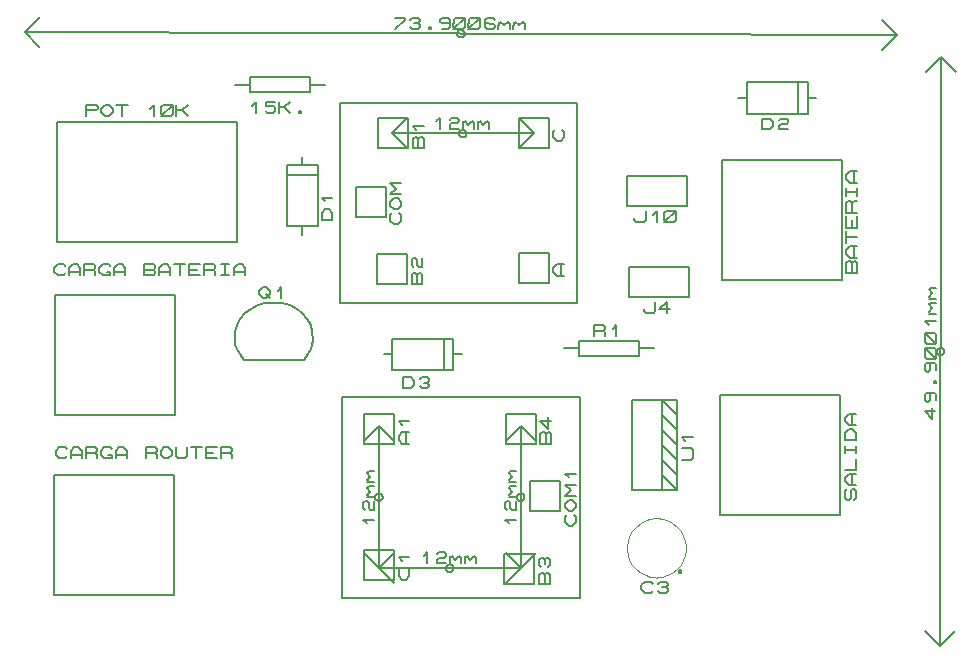
<source format=gbr>
G04 PROTEUS GERBER X2 FILE*
%TF.GenerationSoftware,Labcenter,Proteus,8.13-SP0-Build31525*%
%TF.CreationDate,2024-10-30T04:27:48+00:00*%
%TF.FileFunction,Legend,Top*%
%TF.FilePolarity,Positive*%
%TF.Part,Single*%
%TF.SameCoordinates,{7e0819cd-3aa5-4556-a237-21aa8943194a}*%
%FSLAX45Y45*%
%MOMM*%
G01*
%TA.AperFunction,Material*%
%ADD24C,0.203200*%
%TA.AperFunction,NonMaterial*%
%ADD25C,0.203200*%
%TA.AperFunction,Material*%
%ADD26C,0.120000*%
%ADD27C,0.200000*%
%TD.AperFunction*%
D24*
X+1884000Y+1882000D02*
X+1884000Y+2898000D01*
X+868000Y+1882000D02*
X+868000Y+2898000D01*
X+1884000Y+2898000D02*
X+868000Y+2898000D01*
X+1884000Y+1882000D02*
X+868000Y+1882000D01*
X+955750Y+3085160D02*
X+939875Y+3069920D01*
X+892250Y+3069920D01*
X+860500Y+3100400D01*
X+860500Y+3130880D01*
X+892250Y+3161360D01*
X+939875Y+3161360D01*
X+955750Y+3146120D01*
X+987500Y+3069920D02*
X+987500Y+3130880D01*
X+1019250Y+3161360D01*
X+1051000Y+3161360D01*
X+1082750Y+3130880D01*
X+1082750Y+3069920D01*
X+987500Y+3100400D02*
X+1082750Y+3100400D01*
X+1114500Y+3069920D02*
X+1114500Y+3161360D01*
X+1193875Y+3161360D01*
X+1209750Y+3146120D01*
X+1209750Y+3130880D01*
X+1193875Y+3115640D01*
X+1114500Y+3115640D01*
X+1193875Y+3115640D02*
X+1209750Y+3100400D01*
X+1209750Y+3069920D01*
X+1305000Y+3100400D02*
X+1336750Y+3100400D01*
X+1336750Y+3069920D01*
X+1273250Y+3069920D01*
X+1241500Y+3100400D01*
X+1241500Y+3130880D01*
X+1273250Y+3161360D01*
X+1320875Y+3161360D01*
X+1336750Y+3146120D01*
X+1368500Y+3069920D02*
X+1368500Y+3130880D01*
X+1400250Y+3161360D01*
X+1432000Y+3161360D01*
X+1463750Y+3130880D01*
X+1463750Y+3069920D01*
X+1368500Y+3100400D02*
X+1463750Y+3100400D01*
X+1622500Y+3069920D02*
X+1622500Y+3161360D01*
X+1701875Y+3161360D01*
X+1717750Y+3146120D01*
X+1717750Y+3130880D01*
X+1701875Y+3115640D01*
X+1717750Y+3100400D01*
X+1717750Y+3085160D01*
X+1701875Y+3069920D01*
X+1622500Y+3069920D01*
X+1622500Y+3115640D02*
X+1701875Y+3115640D01*
X+1749500Y+3069920D02*
X+1749500Y+3130880D01*
X+1781250Y+3161360D01*
X+1813000Y+3161360D01*
X+1844750Y+3130880D01*
X+1844750Y+3069920D01*
X+1749500Y+3100400D02*
X+1844750Y+3100400D01*
X+1876500Y+3161360D02*
X+1971750Y+3161360D01*
X+1924125Y+3161360D02*
X+1924125Y+3069920D01*
X+2098750Y+3069920D02*
X+2003500Y+3069920D01*
X+2003500Y+3161360D01*
X+2098750Y+3161360D01*
X+2003500Y+3115640D02*
X+2067000Y+3115640D01*
X+2130500Y+3069920D02*
X+2130500Y+3161360D01*
X+2209875Y+3161360D01*
X+2225750Y+3146120D01*
X+2225750Y+3130880D01*
X+2209875Y+3115640D01*
X+2130500Y+3115640D01*
X+2209875Y+3115640D02*
X+2225750Y+3100400D01*
X+2225750Y+3069920D01*
X+2273375Y+3161360D02*
X+2336875Y+3161360D01*
X+2305125Y+3161360D02*
X+2305125Y+3069920D01*
X+2273375Y+3069920D02*
X+2336875Y+3069920D01*
X+2384500Y+3069920D02*
X+2384500Y+3130880D01*
X+2416250Y+3161360D01*
X+2448000Y+3161360D01*
X+2479750Y+3130880D01*
X+2479750Y+3069920D01*
X+2384500Y+3100400D02*
X+2479750Y+3100400D01*
X+1874000Y+362000D02*
X+1874000Y+1378000D01*
X+858000Y+362000D02*
X+858000Y+1378000D01*
X+1874000Y+1378000D02*
X+858000Y+1378000D01*
X+1874000Y+362000D02*
X+858000Y+362000D01*
X+969250Y+1535160D02*
X+953375Y+1519920D01*
X+905750Y+1519920D01*
X+874000Y+1550400D01*
X+874000Y+1580880D01*
X+905750Y+1611360D01*
X+953375Y+1611360D01*
X+969250Y+1596120D01*
X+1001000Y+1519920D02*
X+1001000Y+1580880D01*
X+1032750Y+1611360D01*
X+1064500Y+1611360D01*
X+1096250Y+1580880D01*
X+1096250Y+1519920D01*
X+1001000Y+1550400D02*
X+1096250Y+1550400D01*
X+1128000Y+1519920D02*
X+1128000Y+1611360D01*
X+1207375Y+1611360D01*
X+1223250Y+1596120D01*
X+1223250Y+1580880D01*
X+1207375Y+1565640D01*
X+1128000Y+1565640D01*
X+1207375Y+1565640D02*
X+1223250Y+1550400D01*
X+1223250Y+1519920D01*
X+1318500Y+1550400D02*
X+1350250Y+1550400D01*
X+1350250Y+1519920D01*
X+1286750Y+1519920D01*
X+1255000Y+1550400D01*
X+1255000Y+1580880D01*
X+1286750Y+1611360D01*
X+1334375Y+1611360D01*
X+1350250Y+1596120D01*
X+1382000Y+1519920D02*
X+1382000Y+1580880D01*
X+1413750Y+1611360D01*
X+1445500Y+1611360D01*
X+1477250Y+1580880D01*
X+1477250Y+1519920D01*
X+1382000Y+1550400D02*
X+1477250Y+1550400D01*
X+1636000Y+1519920D02*
X+1636000Y+1611360D01*
X+1715375Y+1611360D01*
X+1731250Y+1596120D01*
X+1731250Y+1580880D01*
X+1715375Y+1565640D01*
X+1636000Y+1565640D01*
X+1715375Y+1565640D02*
X+1731250Y+1550400D01*
X+1731250Y+1519920D01*
X+1763000Y+1580880D02*
X+1794750Y+1611360D01*
X+1826500Y+1611360D01*
X+1858250Y+1580880D01*
X+1858250Y+1550400D01*
X+1826500Y+1519920D01*
X+1794750Y+1519920D01*
X+1763000Y+1550400D01*
X+1763000Y+1580880D01*
X+1890000Y+1611360D02*
X+1890000Y+1535160D01*
X+1905875Y+1519920D01*
X+1969375Y+1519920D01*
X+1985250Y+1535160D01*
X+1985250Y+1611360D01*
X+2017000Y+1611360D02*
X+2112250Y+1611360D01*
X+2064625Y+1611360D02*
X+2064625Y+1519920D01*
X+2239250Y+1519920D02*
X+2144000Y+1519920D01*
X+2144000Y+1611360D01*
X+2239250Y+1611360D01*
X+2144000Y+1565640D02*
X+2207500Y+1565640D01*
X+2271000Y+1519920D02*
X+2271000Y+1611360D01*
X+2350375Y+1611360D01*
X+2366250Y+1596120D01*
X+2366250Y+1580880D01*
X+2350375Y+1565640D01*
X+2271000Y+1565640D01*
X+2350375Y+1565640D02*
X+2366250Y+1550400D01*
X+2366250Y+1519920D01*
X+2827920Y+3482920D02*
X+3094620Y+3482920D01*
X+3094620Y+4001080D01*
X+2827920Y+4001080D01*
X+2827920Y+3482920D01*
X+3092080Y+3919800D02*
X+2830460Y+3919800D01*
X+2960000Y+4072200D02*
X+2960000Y+4001080D01*
X+2960000Y+3482920D02*
X+2960000Y+3411800D01*
X+3216700Y+3535000D02*
X+3125260Y+3535000D01*
X+3125260Y+3598500D01*
X+3155740Y+3630250D01*
X+3186220Y+3630250D01*
X+3216700Y+3598500D01*
X+3216700Y+3535000D01*
X+3155740Y+3693750D02*
X+3125260Y+3725500D01*
X+3216700Y+3725500D01*
X+3603000Y+4143000D02*
X+3857000Y+4143000D01*
X+3857000Y+4397000D01*
X+3603000Y+4397000D01*
X+3603000Y+4143000D01*
X+3989080Y+4143000D02*
X+3897640Y+4143000D01*
X+3897640Y+4222375D01*
X+3912880Y+4238250D01*
X+3928120Y+4238250D01*
X+3943360Y+4222375D01*
X+3958600Y+4238250D01*
X+3973840Y+4238250D01*
X+3989080Y+4222375D01*
X+3989080Y+4143000D01*
X+3943360Y+4143000D02*
X+3943360Y+4222375D01*
X+3928120Y+4301750D02*
X+3897640Y+4333500D01*
X+3989080Y+4333500D01*
X+3593000Y+2993000D02*
X+3847000Y+2993000D01*
X+3847000Y+3247000D01*
X+3593000Y+3247000D01*
X+3593000Y+2993000D01*
X+3979080Y+2993000D02*
X+3887640Y+2993000D01*
X+3887640Y+3072375D01*
X+3902880Y+3088250D01*
X+3918120Y+3088250D01*
X+3933360Y+3072375D01*
X+3948600Y+3088250D01*
X+3963840Y+3088250D01*
X+3979080Y+3072375D01*
X+3979080Y+2993000D01*
X+3933360Y+2993000D02*
X+3933360Y+3072375D01*
X+3902880Y+3135875D02*
X+3887640Y+3151750D01*
X+3887640Y+3199375D01*
X+3902880Y+3215250D01*
X+3918120Y+3215250D01*
X+3933360Y+3199375D01*
X+3933360Y+3151750D01*
X+3948600Y+3135875D01*
X+3979080Y+3135875D01*
X+3979080Y+3215250D01*
X+3413000Y+3563000D02*
X+3667000Y+3563000D01*
X+3667000Y+3817000D01*
X+3413000Y+3817000D01*
X+3413000Y+3563000D01*
X+3783840Y+3594750D02*
X+3799080Y+3578875D01*
X+3799080Y+3531250D01*
X+3768600Y+3499500D01*
X+3738120Y+3499500D01*
X+3707640Y+3531250D01*
X+3707640Y+3578875D01*
X+3722880Y+3594750D01*
X+3738120Y+3626500D02*
X+3707640Y+3658250D01*
X+3707640Y+3690000D01*
X+3738120Y+3721750D01*
X+3768600Y+3721750D01*
X+3799080Y+3690000D01*
X+3799080Y+3658250D01*
X+3768600Y+3626500D01*
X+3738120Y+3626500D01*
X+3799080Y+3753500D02*
X+3707640Y+3753500D01*
X+3753360Y+3801125D01*
X+3707640Y+3848750D01*
X+3799080Y+3848750D01*
X+4793000Y+4143000D02*
X+5047000Y+4143000D01*
X+5047000Y+4397000D01*
X+4793000Y+4397000D01*
X+4793000Y+4143000D01*
X+5163840Y+4301750D02*
X+5179080Y+4285875D01*
X+5179080Y+4238250D01*
X+5148600Y+4206500D01*
X+5118120Y+4206500D01*
X+5087640Y+4238250D01*
X+5087640Y+4285875D01*
X+5102880Y+4301750D01*
X+4793000Y+3003000D02*
X+5047000Y+3003000D01*
X+5047000Y+3257000D01*
X+4793000Y+3257000D01*
X+4793000Y+3003000D01*
X+5179080Y+3066500D02*
X+5118120Y+3066500D01*
X+5087640Y+3098250D01*
X+5087640Y+3130000D01*
X+5118120Y+3161750D01*
X+5179080Y+3161750D01*
X+5148600Y+3066500D02*
X+5148600Y+3161750D01*
X+5709000Y+3653000D02*
X+6217000Y+3653000D01*
X+6217000Y+3907000D01*
X+5709000Y+3907000D01*
X+5709000Y+3653000D01*
X+5772500Y+3551400D02*
X+5772500Y+3536160D01*
X+5788375Y+3520920D01*
X+5851875Y+3520920D01*
X+5867750Y+3536160D01*
X+5867750Y+3612360D01*
X+5931250Y+3581880D02*
X+5963000Y+3612360D01*
X+5963000Y+3520920D01*
X+6026500Y+3536160D02*
X+6026500Y+3597120D01*
X+6042375Y+3612360D01*
X+6105875Y+3612360D01*
X+6121750Y+3597120D01*
X+6121750Y+3536160D01*
X+6105875Y+3520920D01*
X+6042375Y+3520920D01*
X+6026500Y+3536160D01*
X+6026500Y+3520920D02*
X+6121750Y+3612360D01*
X+5729000Y+2883000D02*
X+6237000Y+2883000D01*
X+6237000Y+3137000D01*
X+5729000Y+3137000D01*
X+5729000Y+2883000D01*
X+5856000Y+2781400D02*
X+5856000Y+2766160D01*
X+5871875Y+2750920D01*
X+5935375Y+2750920D01*
X+5951250Y+2766160D01*
X+5951250Y+2842360D01*
X+6078250Y+2781400D02*
X+5983000Y+2781400D01*
X+6046500Y+2842360D01*
X+6046500Y+2750920D01*
X+3722920Y+2265380D02*
X+4241080Y+2265380D01*
X+4241080Y+2532080D01*
X+3722920Y+2532080D01*
X+3722920Y+2265380D01*
X+4159800Y+2267920D02*
X+4159800Y+2529540D01*
X+4312200Y+2400000D02*
X+4241080Y+2400000D01*
X+3722920Y+2400000D02*
X+3651800Y+2400000D01*
X+3815000Y+2113300D02*
X+3815000Y+2204740D01*
X+3878500Y+2204740D01*
X+3910250Y+2174260D01*
X+3910250Y+2143780D01*
X+3878500Y+2113300D01*
X+3815000Y+2113300D01*
X+3957875Y+2189500D02*
X+3973750Y+2204740D01*
X+4021375Y+2204740D01*
X+4037250Y+2189500D01*
X+4037250Y+2174260D01*
X+4021375Y+2159020D01*
X+4037250Y+2143780D01*
X+4037250Y+2128540D01*
X+4021375Y+2113300D01*
X+3973750Y+2113300D01*
X+3957875Y+2128540D01*
X+3989625Y+2159020D02*
X+4021375Y+2159020D01*
X+4673000Y+453000D02*
X+4927000Y+453000D01*
X+4927000Y+707000D01*
X+4673000Y+707000D01*
X+4673000Y+453000D01*
X+5059080Y+453000D02*
X+4967640Y+453000D01*
X+4967640Y+532375D01*
X+4982880Y+548250D01*
X+4998120Y+548250D01*
X+5013360Y+532375D01*
X+5028600Y+548250D01*
X+5043840Y+548250D01*
X+5059080Y+532375D01*
X+5059080Y+453000D01*
X+5013360Y+453000D02*
X+5013360Y+532375D01*
X+4982880Y+595875D02*
X+4967640Y+611750D01*
X+4967640Y+659375D01*
X+4982880Y+675250D01*
X+4998120Y+675250D01*
X+5013360Y+659375D01*
X+5028600Y+675250D01*
X+5043840Y+675250D01*
X+5059080Y+659375D01*
X+5059080Y+611750D01*
X+5043840Y+595875D01*
X+5013360Y+627625D02*
X+5013360Y+659375D01*
X+4683000Y+1643000D02*
X+4937000Y+1643000D01*
X+4937000Y+1897000D01*
X+4683000Y+1897000D01*
X+4683000Y+1643000D01*
X+5069080Y+1643000D02*
X+4977640Y+1643000D01*
X+4977640Y+1722375D01*
X+4992880Y+1738250D01*
X+5008120Y+1738250D01*
X+5023360Y+1722375D01*
X+5038600Y+1738250D01*
X+5053840Y+1738250D01*
X+5069080Y+1722375D01*
X+5069080Y+1643000D01*
X+5023360Y+1643000D02*
X+5023360Y+1722375D01*
X+5038600Y+1865250D02*
X+5038600Y+1770000D01*
X+4977640Y+1833500D01*
X+5069080Y+1833500D01*
X+4893000Y+1073000D02*
X+5147000Y+1073000D01*
X+5147000Y+1327000D01*
X+4893000Y+1327000D01*
X+4893000Y+1073000D01*
X+5263840Y+1041250D02*
X+5279080Y+1025375D01*
X+5279080Y+977750D01*
X+5248600Y+946000D01*
X+5218120Y+946000D01*
X+5187640Y+977750D01*
X+5187640Y+1025375D01*
X+5202880Y+1041250D01*
X+5218120Y+1073000D02*
X+5187640Y+1104750D01*
X+5187640Y+1136500D01*
X+5218120Y+1168250D01*
X+5248600Y+1168250D01*
X+5279080Y+1136500D01*
X+5279080Y+1104750D01*
X+5248600Y+1073000D01*
X+5218120Y+1073000D01*
X+5279080Y+1200000D02*
X+5187640Y+1200000D01*
X+5233360Y+1247625D01*
X+5187640Y+1295250D01*
X+5279080Y+1295250D01*
X+5218120Y+1358750D02*
X+5187640Y+1390500D01*
X+5279080Y+1390500D01*
X+3483000Y+493000D02*
X+3737000Y+493000D01*
X+3737000Y+747000D01*
X+3483000Y+747000D01*
X+3483000Y+493000D01*
X+3853840Y+588250D02*
X+3869080Y+572375D01*
X+3869080Y+524750D01*
X+3838600Y+493000D01*
X+3808120Y+493000D01*
X+3777640Y+524750D01*
X+3777640Y+572375D01*
X+3792880Y+588250D01*
X+3808120Y+651750D02*
X+3777640Y+683500D01*
X+3869080Y+683500D01*
X+3483000Y+1643000D02*
X+3737000Y+1643000D01*
X+3737000Y+1897000D01*
X+3483000Y+1897000D01*
X+3483000Y+1643000D01*
X+3869080Y+1643000D02*
X+3808120Y+1643000D01*
X+3777640Y+1674750D01*
X+3777640Y+1706500D01*
X+3808120Y+1738250D01*
X+3869080Y+1738250D01*
X+3838600Y+1643000D02*
X+3838600Y+1738250D01*
X+3808120Y+1801750D02*
X+3777640Y+1833500D01*
X+3869080Y+1833500D01*
X+7518000Y+2054000D02*
X+6502000Y+2054000D01*
X+7518000Y+1038000D02*
X+6502000Y+1038000D01*
X+6502000Y+2054000D02*
X+6502000Y+1038000D01*
X+7518000Y+2054000D02*
X+7518000Y+1038000D01*
X+7634840Y+1165000D02*
X+7650080Y+1180875D01*
X+7650080Y+1244375D01*
X+7634840Y+1260250D01*
X+7619600Y+1260250D01*
X+7604360Y+1244375D01*
X+7604360Y+1180875D01*
X+7589120Y+1165000D01*
X+7573880Y+1165000D01*
X+7558640Y+1180875D01*
X+7558640Y+1244375D01*
X+7573880Y+1260250D01*
X+7650080Y+1292000D02*
X+7589120Y+1292000D01*
X+7558640Y+1323750D01*
X+7558640Y+1355500D01*
X+7589120Y+1387250D01*
X+7650080Y+1387250D01*
X+7619600Y+1292000D02*
X+7619600Y+1387250D01*
X+7558640Y+1419000D02*
X+7650080Y+1419000D01*
X+7650080Y+1514250D01*
X+7558640Y+1561875D02*
X+7558640Y+1625375D01*
X+7558640Y+1593625D02*
X+7650080Y+1593625D01*
X+7650080Y+1561875D02*
X+7650080Y+1625375D01*
X+7650080Y+1673000D02*
X+7558640Y+1673000D01*
X+7558640Y+1736500D01*
X+7589120Y+1768250D01*
X+7619600Y+1768250D01*
X+7650080Y+1736500D01*
X+7650080Y+1673000D01*
X+7650080Y+1800000D02*
X+7589120Y+1800000D01*
X+7558640Y+1831750D01*
X+7558640Y+1863500D01*
X+7589120Y+1895250D01*
X+7650080Y+1895250D01*
X+7619600Y+1800000D02*
X+7619600Y+1895250D01*
X+2466000Y+2354900D02*
X+2974000Y+2354900D01*
X+2389800Y+2520000D02*
X+2394562Y+2481702D01*
X+2408850Y+2442212D01*
X+2432662Y+2400342D01*
X+2466000Y+2354900D01*
X+2389800Y+2520000D02*
X+2392431Y+2584918D01*
X+2408912Y+2644953D01*
X+2437839Y+2698942D01*
X+2477807Y+2745722D01*
X+2527412Y+2784131D01*
X+2585249Y+2813005D01*
X+2649913Y+2831183D01*
X+2720000Y+2837500D01*
X+3050200Y+2520000D02*
X+3045438Y+2481702D01*
X+3031150Y+2442212D01*
X+3007338Y+2400342D01*
X+2974000Y+2354900D01*
X+3050200Y+2520000D02*
X+3047569Y+2584918D01*
X+3031088Y+2644953D01*
X+3002161Y+2698942D01*
X+2962193Y+2745722D01*
X+2912588Y+2784131D01*
X+2854751Y+2813005D01*
X+2790087Y+2831183D01*
X+2720000Y+2837500D01*
X+2593000Y+2939100D02*
X+2624750Y+2969580D01*
X+2656500Y+2969580D01*
X+2688250Y+2939100D01*
X+2688250Y+2908620D01*
X+2656500Y+2878140D01*
X+2624750Y+2878140D01*
X+2593000Y+2908620D01*
X+2593000Y+2939100D01*
X+2656500Y+2908620D02*
X+2688250Y+2878140D01*
X+2751750Y+2939100D02*
X+2783500Y+2969580D01*
X+2783500Y+2878140D01*
X+7528000Y+4044000D02*
X+6512000Y+4044000D01*
X+7528000Y+3028000D02*
X+6512000Y+3028000D01*
X+6512000Y+4044000D02*
X+6512000Y+3028000D01*
X+7528000Y+4044000D02*
X+7528000Y+3028000D01*
X+7660080Y+3091500D02*
X+7568640Y+3091500D01*
X+7568640Y+3170875D01*
X+7583880Y+3186750D01*
X+7599120Y+3186750D01*
X+7614360Y+3170875D01*
X+7629600Y+3186750D01*
X+7644840Y+3186750D01*
X+7660080Y+3170875D01*
X+7660080Y+3091500D01*
X+7614360Y+3091500D02*
X+7614360Y+3170875D01*
X+7660080Y+3218500D02*
X+7599120Y+3218500D01*
X+7568640Y+3250250D01*
X+7568640Y+3282000D01*
X+7599120Y+3313750D01*
X+7660080Y+3313750D01*
X+7629600Y+3218500D02*
X+7629600Y+3313750D01*
X+7568640Y+3345500D02*
X+7568640Y+3440750D01*
X+7568640Y+3393125D02*
X+7660080Y+3393125D01*
X+7660080Y+3567750D02*
X+7660080Y+3472500D01*
X+7568640Y+3472500D01*
X+7568640Y+3567750D01*
X+7614360Y+3472500D02*
X+7614360Y+3536000D01*
X+7660080Y+3599500D02*
X+7568640Y+3599500D01*
X+7568640Y+3678875D01*
X+7583880Y+3694750D01*
X+7599120Y+3694750D01*
X+7614360Y+3678875D01*
X+7614360Y+3599500D01*
X+7614360Y+3678875D02*
X+7629600Y+3694750D01*
X+7660080Y+3694750D01*
X+7568640Y+3742375D02*
X+7568640Y+3805875D01*
X+7568640Y+3774125D02*
X+7660080Y+3774125D01*
X+7660080Y+3742375D02*
X+7660080Y+3805875D01*
X+7660080Y+3853500D02*
X+7599120Y+3853500D01*
X+7568640Y+3885250D01*
X+7568640Y+3917000D01*
X+7599120Y+3948750D01*
X+7660080Y+3948750D01*
X+7629600Y+3853500D02*
X+7629600Y+3948750D01*
D25*
X+4810000Y+590000D02*
X+3610000Y+590000D01*
X+4810000Y+590000D02*
X+4683000Y+717000D01*
X+4810000Y+590000D02*
X+4683000Y+463000D01*
X+3610000Y+590000D02*
X+3737000Y+463000D01*
X+3610000Y+590000D02*
X+3737000Y+717000D01*
X+4241750Y+590000D02*
X+4241641Y+592634D01*
X+4240751Y+597903D01*
X+4238889Y+603172D01*
X+4235846Y+608441D01*
X+4231191Y+613643D01*
X+4225922Y+617469D01*
X+4220653Y+619909D01*
X+4215384Y+621290D01*
X+4210115Y+621750D01*
X+4210000Y+621750D01*
X+4178250Y+590000D02*
X+4178359Y+592634D01*
X+4179249Y+597903D01*
X+4181111Y+603172D01*
X+4184154Y+608441D01*
X+4188809Y+613643D01*
X+4194078Y+617469D01*
X+4199347Y+619909D01*
X+4204616Y+621290D01*
X+4209885Y+621750D01*
X+4210000Y+621750D01*
X+4178250Y+590000D02*
X+4178359Y+587366D01*
X+4179249Y+582097D01*
X+4181111Y+576828D01*
X+4184154Y+571559D01*
X+4188809Y+566357D01*
X+4194078Y+562531D01*
X+4199347Y+560091D01*
X+4204616Y+558710D01*
X+4209885Y+558250D01*
X+4210000Y+558250D01*
X+4241750Y+590000D02*
X+4241641Y+587366D01*
X+4240751Y+582097D01*
X+4238889Y+576828D01*
X+4235846Y+571559D01*
X+4231191Y+566357D01*
X+4225922Y+562531D01*
X+4220653Y+560091D01*
X+4215384Y+558710D01*
X+4210115Y+558250D01*
X+4210000Y+558250D01*
X+3987750Y+691600D02*
X+4019500Y+722080D01*
X+4019500Y+630640D01*
X+4098875Y+706840D02*
X+4114750Y+722080D01*
X+4162375Y+722080D01*
X+4178250Y+706840D01*
X+4178250Y+691600D01*
X+4162375Y+676360D01*
X+4114750Y+676360D01*
X+4098875Y+661120D01*
X+4098875Y+630640D01*
X+4178250Y+630640D01*
X+4210000Y+630640D02*
X+4210000Y+691600D01*
X+4210000Y+676360D02*
X+4225875Y+691600D01*
X+4257625Y+661120D01*
X+4289375Y+691600D01*
X+4305250Y+676360D01*
X+4305250Y+630640D01*
X+4337000Y+630640D02*
X+4337000Y+691600D01*
X+4337000Y+676360D02*
X+4352875Y+691600D01*
X+4384625Y+661120D01*
X+4416375Y+691600D01*
X+4432250Y+676360D01*
X+4432250Y+630640D01*
X+3610000Y+590000D02*
X+3610000Y+1790000D01*
X+3610000Y+590000D02*
X+3737000Y+717000D01*
X+3610000Y+590000D02*
X+3483000Y+717000D01*
X+3610000Y+1790000D02*
X+3483000Y+1663000D01*
X+3610000Y+1790000D02*
X+3737000Y+1663000D01*
X+3641750Y+1190000D02*
X+3641641Y+1192634D01*
X+3640751Y+1197903D01*
X+3638889Y+1203172D01*
X+3635846Y+1208441D01*
X+3631191Y+1213643D01*
X+3625922Y+1217469D01*
X+3620653Y+1219909D01*
X+3615384Y+1221290D01*
X+3610115Y+1221750D01*
X+3610000Y+1221750D01*
X+3578250Y+1190000D02*
X+3578359Y+1192634D01*
X+3579249Y+1197903D01*
X+3581111Y+1203172D01*
X+3584154Y+1208441D01*
X+3588809Y+1213643D01*
X+3594078Y+1217469D01*
X+3599347Y+1219909D01*
X+3604616Y+1221290D01*
X+3609885Y+1221750D01*
X+3610000Y+1221750D01*
X+3578250Y+1190000D02*
X+3578359Y+1187366D01*
X+3579249Y+1182097D01*
X+3581111Y+1176828D01*
X+3584154Y+1171559D01*
X+3588809Y+1166357D01*
X+3594078Y+1162531D01*
X+3599347Y+1160091D01*
X+3604616Y+1158710D01*
X+3609885Y+1158250D01*
X+3610000Y+1158250D01*
X+3641750Y+1190000D02*
X+3641641Y+1187366D01*
X+3640751Y+1182097D01*
X+3638889Y+1176828D01*
X+3635846Y+1171559D01*
X+3631191Y+1166357D01*
X+3625922Y+1162531D01*
X+3620653Y+1160091D01*
X+3615384Y+1158710D01*
X+3610115Y+1158250D01*
X+3610000Y+1158250D01*
X+3508400Y+967750D02*
X+3477920Y+999500D01*
X+3569360Y+999500D01*
X+3493160Y+1078875D02*
X+3477920Y+1094750D01*
X+3477920Y+1142375D01*
X+3493160Y+1158250D01*
X+3508400Y+1158250D01*
X+3523640Y+1142375D01*
X+3523640Y+1094750D01*
X+3538880Y+1078875D01*
X+3569360Y+1078875D01*
X+3569360Y+1158250D01*
X+3569360Y+1190000D02*
X+3508400Y+1190000D01*
X+3523640Y+1190000D02*
X+3508400Y+1205875D01*
X+3538880Y+1237625D01*
X+3508400Y+1269375D01*
X+3523640Y+1285250D01*
X+3569360Y+1285250D01*
X+3569360Y+1317000D02*
X+3508400Y+1317000D01*
X+3523640Y+1317000D02*
X+3508400Y+1332875D01*
X+3538880Y+1364625D01*
X+3508400Y+1396375D01*
X+3523640Y+1412250D01*
X+3569360Y+1412250D01*
X+4810000Y+590000D02*
X+4810000Y+1790000D01*
X+4810000Y+590000D02*
X+4937000Y+717000D01*
X+4810000Y+590000D02*
X+4683000Y+717000D01*
X+4810000Y+1790000D02*
X+4683000Y+1663000D01*
X+4810000Y+1790000D02*
X+4937000Y+1663000D01*
X+4841750Y+1190000D02*
X+4841641Y+1192634D01*
X+4840751Y+1197903D01*
X+4838889Y+1203172D01*
X+4835846Y+1208441D01*
X+4831191Y+1213643D01*
X+4825922Y+1217469D01*
X+4820653Y+1219909D01*
X+4815384Y+1221290D01*
X+4810115Y+1221750D01*
X+4810000Y+1221750D01*
X+4778250Y+1190000D02*
X+4778359Y+1192634D01*
X+4779249Y+1197903D01*
X+4781111Y+1203172D01*
X+4784154Y+1208441D01*
X+4788809Y+1213643D01*
X+4794078Y+1217469D01*
X+4799347Y+1219909D01*
X+4804616Y+1221290D01*
X+4809885Y+1221750D01*
X+4810000Y+1221750D01*
X+4778250Y+1190000D02*
X+4778359Y+1187366D01*
X+4779249Y+1182097D01*
X+4781111Y+1176828D01*
X+4784154Y+1171559D01*
X+4788809Y+1166357D01*
X+4794078Y+1162531D01*
X+4799347Y+1160091D01*
X+4804616Y+1158710D01*
X+4809885Y+1158250D01*
X+4810000Y+1158250D01*
X+4841750Y+1190000D02*
X+4841641Y+1187366D01*
X+4840751Y+1182097D01*
X+4838889Y+1176828D01*
X+4835846Y+1171559D01*
X+4831191Y+1166357D01*
X+4825922Y+1162531D01*
X+4820653Y+1160091D01*
X+4815384Y+1158710D01*
X+4810115Y+1158250D01*
X+4810000Y+1158250D01*
X+4708400Y+967750D02*
X+4677920Y+999500D01*
X+4769360Y+999500D01*
X+4693160Y+1078875D02*
X+4677920Y+1094750D01*
X+4677920Y+1142375D01*
X+4693160Y+1158250D01*
X+4708400Y+1158250D01*
X+4723640Y+1142375D01*
X+4723640Y+1094750D01*
X+4738880Y+1078875D01*
X+4769360Y+1078875D01*
X+4769360Y+1158250D01*
X+4769360Y+1190000D02*
X+4708400Y+1190000D01*
X+4723640Y+1190000D02*
X+4708400Y+1205875D01*
X+4738880Y+1237625D01*
X+4708400Y+1269375D01*
X+4723640Y+1285250D01*
X+4769360Y+1285250D01*
X+4769360Y+1317000D02*
X+4708400Y+1317000D01*
X+4723640Y+1317000D02*
X+4708400Y+1332875D01*
X+4738880Y+1364625D01*
X+4708400Y+1396375D01*
X+4723640Y+1412250D01*
X+4769360Y+1412250D01*
X+3720000Y+4270000D02*
X+4920000Y+4270000D01*
X+3720000Y+4270000D02*
X+3847000Y+4143000D01*
X+3720000Y+4270000D02*
X+3847000Y+4397000D01*
X+4920000Y+4270000D02*
X+4793000Y+4397000D01*
X+4920000Y+4270000D02*
X+4793000Y+4143000D01*
X+4351750Y+4270000D02*
X+4351641Y+4272634D01*
X+4350751Y+4277903D01*
X+4348889Y+4283172D01*
X+4345846Y+4288441D01*
X+4341191Y+4293643D01*
X+4335922Y+4297469D01*
X+4330653Y+4299909D01*
X+4325384Y+4301290D01*
X+4320115Y+4301750D01*
X+4320000Y+4301750D01*
X+4288250Y+4270000D02*
X+4288359Y+4272634D01*
X+4289249Y+4277903D01*
X+4291111Y+4283172D01*
X+4294154Y+4288441D01*
X+4298809Y+4293643D01*
X+4304078Y+4297469D01*
X+4309347Y+4299909D01*
X+4314616Y+4301290D01*
X+4319885Y+4301750D01*
X+4320000Y+4301750D01*
X+4288250Y+4270000D02*
X+4288359Y+4267366D01*
X+4289249Y+4262097D01*
X+4291111Y+4256828D01*
X+4294154Y+4251559D01*
X+4298809Y+4246357D01*
X+4304078Y+4242531D01*
X+4309347Y+4240091D01*
X+4314616Y+4238710D01*
X+4319885Y+4238250D01*
X+4320000Y+4238250D01*
X+4351750Y+4270000D02*
X+4351641Y+4267366D01*
X+4350751Y+4262097D01*
X+4348889Y+4256828D01*
X+4345846Y+4251559D01*
X+4341191Y+4246357D01*
X+4335922Y+4242531D01*
X+4330653Y+4240091D01*
X+4325384Y+4238710D01*
X+4320115Y+4238250D01*
X+4320000Y+4238250D01*
X+4097750Y+4371600D02*
X+4129500Y+4402080D01*
X+4129500Y+4310640D01*
X+4208875Y+4386840D02*
X+4224750Y+4402080D01*
X+4272375Y+4402080D01*
X+4288250Y+4386840D01*
X+4288250Y+4371600D01*
X+4272375Y+4356360D01*
X+4224750Y+4356360D01*
X+4208875Y+4341120D01*
X+4208875Y+4310640D01*
X+4288250Y+4310640D01*
X+4320000Y+4310640D02*
X+4320000Y+4371600D01*
X+4320000Y+4356360D02*
X+4335875Y+4371600D01*
X+4367625Y+4341120D01*
X+4399375Y+4371600D01*
X+4415250Y+4356360D01*
X+4415250Y+4310640D01*
X+4447000Y+4310640D02*
X+4447000Y+4371600D01*
X+4447000Y+4356360D02*
X+4462875Y+4371600D01*
X+4494625Y+4341120D01*
X+4526375Y+4371600D01*
X+4542250Y+4356360D01*
X+4542250Y+4310640D01*
D24*
X+3280000Y+2830000D02*
X+5290000Y+2830000D01*
X+5290000Y+4530000D01*
X+3280000Y+4530000D01*
X+3280000Y+2830000D01*
X+3300000Y+340000D02*
X+5310000Y+340000D01*
X+5310000Y+2040000D01*
X+3300000Y+2040000D01*
X+3300000Y+340000D01*
D25*
X+610000Y+5130000D02*
X+8000000Y+5100000D01*
X+610000Y+5130000D02*
X+736483Y+5002485D01*
X+610000Y+5130000D02*
X+737514Y+5256483D01*
X+8000000Y+5100000D02*
X+7873516Y+5227514D01*
X+8000000Y+5100000D02*
X+7872485Y+4973516D01*
X+4336750Y+5115000D02*
X+4336641Y+5117634D01*
X+4335751Y+5122903D01*
X+4333889Y+5128172D01*
X+4330846Y+5133441D01*
X+4326191Y+5138643D01*
X+4320922Y+5142469D01*
X+4315653Y+5144909D01*
X+4310384Y+5146290D01*
X+4305115Y+5146750D01*
X+4305000Y+5146750D01*
X+4273250Y+5115000D02*
X+4273359Y+5117634D01*
X+4274249Y+5122903D01*
X+4276111Y+5128172D01*
X+4279154Y+5133441D01*
X+4283809Y+5138643D01*
X+4289078Y+5142469D01*
X+4294347Y+5144909D01*
X+4299616Y+5146290D01*
X+4304885Y+5146750D01*
X+4305000Y+5146750D01*
X+4273250Y+5115000D02*
X+4273359Y+5112366D01*
X+4274249Y+5107097D01*
X+4276111Y+5101828D01*
X+4279154Y+5096559D01*
X+4283809Y+5091357D01*
X+4289078Y+5087531D01*
X+4294347Y+5085091D01*
X+4299616Y+5083710D01*
X+4304885Y+5083250D01*
X+4305000Y+5083250D01*
X+4336750Y+5115000D02*
X+4336641Y+5112366D01*
X+4335751Y+5107097D01*
X+4333889Y+5101828D01*
X+4330846Y+5096559D01*
X+4326191Y+5091357D01*
X+4320922Y+5087531D01*
X+4315653Y+5085091D01*
X+4310384Y+5083710D01*
X+4305115Y+5083250D01*
X+4305000Y+5083250D01*
X+3749838Y+5249018D02*
X+3829213Y+5248741D01*
X+3829160Y+5233501D01*
X+3749519Y+5157578D01*
X+3876784Y+5233335D02*
X+3892712Y+5248519D01*
X+3940337Y+5248353D01*
X+3956159Y+5233058D01*
X+3956106Y+5217818D01*
X+3940178Y+5202633D01*
X+3955999Y+5187338D01*
X+3955946Y+5172098D01*
X+3940018Y+5156914D01*
X+3892393Y+5157080D01*
X+3876571Y+5172375D01*
X+3908428Y+5202744D02*
X+3940178Y+5202633D01*
X+4035320Y+5171820D02*
X+4051195Y+5171765D01*
X+4051142Y+5156525D01*
X+4035267Y+5156581D01*
X+4035320Y+5171820D01*
X+4210105Y+5216931D02*
X+4194177Y+5201746D01*
X+4146552Y+5201913D01*
X+4130730Y+5217208D01*
X+4130783Y+5232448D01*
X+4146711Y+5247632D01*
X+4194336Y+5247466D01*
X+4210158Y+5232171D01*
X+4209945Y+5171211D01*
X+4194017Y+5156027D01*
X+4146392Y+5156193D01*
X+4241695Y+5171101D02*
X+4241907Y+5232060D01*
X+4257835Y+5247245D01*
X+4321335Y+5247023D01*
X+4337157Y+5231728D01*
X+4336944Y+5170768D01*
X+4321016Y+5155584D01*
X+4257516Y+5155805D01*
X+4241695Y+5171101D01*
X+4241641Y+5155861D02*
X+4337210Y+5246968D01*
X+4368694Y+5170657D02*
X+4368906Y+5231616D01*
X+4384834Y+5246801D01*
X+4448334Y+5246579D01*
X+4464156Y+5231284D01*
X+4463943Y+5170324D01*
X+4448015Y+5155140D01*
X+4384515Y+5155361D01*
X+4368694Y+5170657D01*
X+4368640Y+5155417D02*
X+4464209Y+5246524D01*
X+4591155Y+5230841D02*
X+4575333Y+5246136D01*
X+4527708Y+5246302D01*
X+4511780Y+5231118D01*
X+4511567Y+5170158D01*
X+4527389Y+5154863D01*
X+4575014Y+5154697D01*
X+4590942Y+5169881D01*
X+4590995Y+5185121D01*
X+4575174Y+5200416D01*
X+4511674Y+5200638D01*
X+4622639Y+5154531D02*
X+4622852Y+5215490D01*
X+4622799Y+5200251D02*
X+4638727Y+5215435D01*
X+4670370Y+5184844D01*
X+4702227Y+5215213D01*
X+4718048Y+5199918D01*
X+4717889Y+5154198D01*
X+4749638Y+5154087D02*
X+4749851Y+5215046D01*
X+4749798Y+5199807D02*
X+4765726Y+5214991D01*
X+4797369Y+5184400D01*
X+4829226Y+5214769D01*
X+4845047Y+5199474D01*
X+4844888Y+5153754D01*
X+8370000Y+4920000D02*
X+8360000Y-70000D01*
X+8370000Y+4920000D02*
X+8242745Y+4793254D01*
X+8370000Y+4920000D02*
X+8496745Y+4792745D01*
X+8360000Y-70000D02*
X+8487254Y+56745D01*
X+8360000Y-70000D02*
X+8233254Y+57254D01*
X+8396750Y+2425000D02*
X+8396641Y+2427634D01*
X+8395751Y+2432903D01*
X+8393889Y+2438172D01*
X+8390846Y+2443441D01*
X+8386191Y+2448643D01*
X+8380922Y+2452469D01*
X+8375653Y+2454909D01*
X+8370384Y+2456290D01*
X+8365115Y+2456750D01*
X+8365000Y+2456750D01*
X+8333250Y+2425000D02*
X+8333359Y+2427634D01*
X+8334249Y+2432903D01*
X+8336111Y+2438172D01*
X+8339154Y+2443441D01*
X+8343809Y+2448643D01*
X+8349078Y+2452469D01*
X+8354347Y+2454909D01*
X+8359616Y+2456290D01*
X+8364885Y+2456750D01*
X+8365000Y+2456750D01*
X+8333250Y+2425000D02*
X+8333359Y+2422366D01*
X+8334249Y+2417097D01*
X+8336111Y+2411828D01*
X+8339154Y+2406559D01*
X+8343809Y+2401357D01*
X+8349078Y+2397531D01*
X+8354347Y+2395091D01*
X+8359616Y+2393710D01*
X+8364885Y+2393250D01*
X+8365000Y+2393250D01*
X+8396750Y+2425000D02*
X+8396641Y+2422366D01*
X+8395751Y+2417097D01*
X+8393889Y+2411828D01*
X+8390846Y+2406559D01*
X+8386191Y+2401357D01*
X+8380922Y+2397531D01*
X+8375653Y+2395091D01*
X+8370384Y+2393710D01*
X+8365115Y+2393250D01*
X+8365000Y+2393250D01*
X+8292219Y+1949000D02*
X+8291886Y+1853751D01*
X+8231148Y+1917463D01*
X+8322588Y+1917144D01*
X+8262182Y+2076106D02*
X+8277367Y+2060178D01*
X+8277200Y+2012553D01*
X+8261905Y+1996731D01*
X+8246665Y+1996784D01*
X+8231481Y+2012712D01*
X+8231647Y+2060337D01*
X+8246942Y+2076159D01*
X+8307902Y+2075946D01*
X+8323086Y+2060018D01*
X+8322920Y+2012393D01*
X+8308180Y+2155320D02*
X+8308235Y+2171195D01*
X+8323475Y+2171142D01*
X+8323419Y+2155267D01*
X+8308180Y+2155320D01*
X+8263069Y+2330105D02*
X+8278254Y+2314177D01*
X+8278087Y+2266552D01*
X+8262792Y+2250730D01*
X+8247552Y+2250783D01*
X+8232368Y+2266711D01*
X+8232534Y+2314336D01*
X+8247829Y+2330158D01*
X+8308789Y+2329945D01*
X+8323973Y+2314017D01*
X+8323807Y+2266392D01*
X+8308899Y+2361695D02*
X+8247940Y+2361907D01*
X+8232755Y+2377835D01*
X+8232977Y+2441335D01*
X+8248272Y+2457157D01*
X+8309232Y+2456944D01*
X+8324416Y+2441016D01*
X+8324195Y+2377516D01*
X+8308899Y+2361695D01*
X+8324139Y+2361641D02*
X+8233032Y+2457210D01*
X+8309343Y+2488694D02*
X+8248384Y+2488906D01*
X+8233199Y+2504834D01*
X+8233421Y+2568334D01*
X+8248716Y+2584156D01*
X+8309676Y+2583943D01*
X+8324860Y+2568015D01*
X+8324639Y+2504515D01*
X+8309343Y+2488694D01*
X+8324583Y+2488640D02*
X+8233476Y+2584209D01*
X+8264177Y+2647602D02*
X+8233808Y+2679458D01*
X+8325248Y+2679139D01*
X+8325469Y+2742639D02*
X+8264510Y+2742852D01*
X+8279749Y+2742799D02*
X+8264565Y+2758727D01*
X+8295156Y+2790370D01*
X+8264787Y+2822227D01*
X+8280082Y+2838048D01*
X+8325802Y+2837889D01*
X+8325913Y+2869638D02*
X+8264954Y+2869851D01*
X+8280193Y+2869798D02*
X+8265009Y+2885726D01*
X+8295600Y+2917369D01*
X+8265231Y+2949226D01*
X+8280526Y+2965047D01*
X+8326246Y+2964888D01*
D24*
X+6722920Y+4435380D02*
X+7241080Y+4435380D01*
X+7241080Y+4702080D01*
X+6722920Y+4702080D01*
X+6722920Y+4435380D01*
X+7159800Y+4437920D02*
X+7159800Y+4699540D01*
X+7312200Y+4570000D02*
X+7241080Y+4570000D01*
X+6722920Y+4570000D02*
X+6651800Y+4570000D01*
X+6855000Y+4303300D02*
X+6855000Y+4394740D01*
X+6918500Y+4394740D01*
X+6950250Y+4364260D01*
X+6950250Y+4333780D01*
X+6918500Y+4303300D01*
X+6855000Y+4303300D01*
X+6997875Y+4379500D02*
X+7013750Y+4394740D01*
X+7061375Y+4394740D01*
X+7077250Y+4379500D01*
X+7077250Y+4364260D01*
X+7061375Y+4349020D01*
X+7013750Y+4349020D01*
X+6997875Y+4333780D01*
X+6997875Y+4303300D01*
X+7077250Y+4303300D01*
X+886000Y+4368000D02*
X+886000Y+3352000D01*
X+2410000Y+4368000D02*
X+2410000Y+3352000D01*
X+886000Y+3352000D02*
X+2410000Y+3352000D01*
X+2410000Y+4368000D02*
X+886000Y+4368000D01*
X+1133500Y+4418640D02*
X+1133500Y+4510080D01*
X+1212875Y+4510080D01*
X+1228750Y+4494840D01*
X+1228750Y+4479600D01*
X+1212875Y+4464360D01*
X+1133500Y+4464360D01*
X+1260500Y+4479600D02*
X+1292250Y+4510080D01*
X+1324000Y+4510080D01*
X+1355750Y+4479600D01*
X+1355750Y+4449120D01*
X+1324000Y+4418640D01*
X+1292250Y+4418640D01*
X+1260500Y+4449120D01*
X+1260500Y+4479600D01*
X+1387500Y+4510080D02*
X+1482750Y+4510080D01*
X+1435125Y+4510080D02*
X+1435125Y+4418640D01*
X+1673250Y+4479600D02*
X+1705000Y+4510080D01*
X+1705000Y+4418640D01*
X+1768500Y+4433880D02*
X+1768500Y+4494840D01*
X+1784375Y+4510080D01*
X+1847875Y+4510080D01*
X+1863750Y+4494840D01*
X+1863750Y+4433880D01*
X+1847875Y+4418640D01*
X+1784375Y+4418640D01*
X+1768500Y+4433880D01*
X+1768500Y+4418640D02*
X+1863750Y+4510080D01*
X+1895500Y+4510080D02*
X+1895500Y+4418640D01*
X+1990750Y+4510080D02*
X+1943125Y+4464360D01*
X+1990750Y+4418640D01*
X+1895500Y+4464360D02*
X+1943125Y+4464360D01*
X+5177000Y+2450000D02*
X+5304000Y+2450000D01*
X+5304000Y+2386500D02*
X+5812000Y+2386500D01*
X+5812000Y+2513500D01*
X+5304000Y+2513500D01*
X+5304000Y+2386500D01*
X+5812000Y+2450000D02*
X+5939000Y+2450000D01*
X+5431000Y+2554140D02*
X+5431000Y+2645580D01*
X+5510375Y+2645580D01*
X+5526250Y+2630340D01*
X+5526250Y+2615100D01*
X+5510375Y+2599860D01*
X+5431000Y+2599860D01*
X+5510375Y+2599860D02*
X+5526250Y+2584620D01*
X+5526250Y+2554140D01*
X+5589750Y+2615100D02*
X+5621500Y+2645580D01*
X+5621500Y+2554140D01*
X+3153000Y+4680000D02*
X+3026000Y+4680000D01*
X+2518000Y+4616500D02*
X+3026000Y+4616500D01*
X+3026000Y+4743500D01*
X+2518000Y+4743500D01*
X+2518000Y+4616500D01*
X+2518000Y+4680000D02*
X+2391000Y+4680000D01*
X+2539750Y+4505380D02*
X+2571500Y+4535860D01*
X+2571500Y+4444420D01*
X+2730250Y+4535860D02*
X+2650875Y+4535860D01*
X+2650875Y+4505380D01*
X+2714375Y+4505380D01*
X+2730250Y+4490140D01*
X+2730250Y+4459660D01*
X+2714375Y+4444420D01*
X+2666750Y+4444420D01*
X+2650875Y+4459660D01*
X+2762000Y+4535860D02*
X+2762000Y+4444420D01*
X+2857250Y+4535860D02*
X+2809625Y+4490140D01*
X+2857250Y+4444420D01*
X+2762000Y+4490140D02*
X+2809625Y+4490140D01*
X+2936625Y+4459660D02*
X+2952500Y+4459660D01*
X+2952500Y+4444420D01*
X+2936625Y+4444420D01*
X+2936625Y+4459660D01*
X+5753000Y+1255000D02*
X+6007000Y+1255000D01*
X+6007000Y+2017000D01*
X+5753000Y+2017000D01*
X+5753000Y+1255000D01*
X+6007000Y+2017000D02*
X+6134000Y+2017000D01*
X+6134000Y+1255000D01*
X+6007000Y+1255000D01*
X+6007000Y+2017000D02*
X+6134000Y+1890000D01*
X+6007000Y+1890000D02*
X+6134000Y+1763000D01*
X+6007000Y+1763000D02*
X+6134000Y+1636000D01*
X+6007000Y+1636000D02*
X+6134000Y+1509000D01*
X+6007000Y+1509000D02*
X+6134000Y+1382000D01*
X+6007000Y+1382000D02*
X+6134000Y+1255000D01*
X+6174640Y+1509000D02*
X+6250840Y+1509000D01*
X+6266080Y+1524875D01*
X+6266080Y+1588375D01*
X+6250840Y+1604250D01*
X+6174640Y+1604250D01*
X+6205120Y+1667750D02*
X+6174640Y+1699500D01*
X+6266080Y+1699500D01*
D26*
X+6210000Y+760000D02*
X+6209185Y+780171D01*
X+6202566Y+820514D01*
X+6188753Y+860857D01*
X+6166307Y+901200D01*
X+6132010Y+941418D01*
X+6091667Y+972518D01*
X+6051324Y+992723D01*
X+6010981Y+1004747D01*
X+5970638Y+1009774D01*
X+5960000Y+1010000D01*
X+5710000Y+760000D02*
X+5710815Y+780171D01*
X+5717434Y+820514D01*
X+5731247Y+860857D01*
X+5753693Y+901200D01*
X+5787990Y+941418D01*
X+5828333Y+972518D01*
X+5868676Y+992723D01*
X+5909019Y+1004747D01*
X+5949362Y+1009774D01*
X+5960000Y+1010000D01*
X+5710000Y+760000D02*
X+5710815Y+739829D01*
X+5717434Y+699486D01*
X+5731247Y+659143D01*
X+5753693Y+618800D01*
X+5787990Y+578582D01*
X+5828333Y+547482D01*
X+5868676Y+527277D01*
X+5909019Y+515253D01*
X+5949362Y+510226D01*
X+5960000Y+510000D01*
X+6210000Y+760000D02*
X+6209185Y+739829D01*
X+6202566Y+699486D01*
X+6188753Y+659143D01*
X+6166307Y+618800D01*
X+6132010Y+578582D01*
X+6091667Y+547482D01*
X+6051324Y+527277D01*
X+6010981Y+515253D01*
X+5970638Y+510226D01*
X+5960000Y+510000D01*
D27*
X+6169000Y+561000D02*
X+6168965Y+561831D01*
X+6168684Y+563495D01*
X+6168094Y+565159D01*
X+6167130Y+566823D01*
X+6165655Y+568464D01*
X+6163991Y+569665D01*
X+6162327Y+570430D01*
X+6160663Y+570861D01*
X+6159000Y+571000D01*
X+6149000Y+561000D02*
X+6149035Y+561831D01*
X+6149316Y+563495D01*
X+6149906Y+565159D01*
X+6150870Y+566823D01*
X+6152345Y+568464D01*
X+6154009Y+569665D01*
X+6155673Y+570430D01*
X+6157337Y+570861D01*
X+6159000Y+571000D01*
X+6149000Y+561000D02*
X+6149035Y+560169D01*
X+6149316Y+558505D01*
X+6149906Y+556841D01*
X+6150870Y+555177D01*
X+6152345Y+553536D01*
X+6154009Y+552335D01*
X+6155673Y+551570D01*
X+6157337Y+551139D01*
X+6159000Y+551000D01*
X+6169000Y+561000D02*
X+6168965Y+560169D01*
X+6168684Y+558505D01*
X+6168094Y+556841D01*
X+6167130Y+555177D01*
X+6165655Y+553536D01*
X+6163991Y+552335D01*
X+6162327Y+551570D01*
X+6160663Y+551139D01*
X+6159000Y+551000D01*
D24*
X+5928250Y+397320D02*
X+5912375Y+382080D01*
X+5864750Y+382080D01*
X+5833000Y+412560D01*
X+5833000Y+443040D01*
X+5864750Y+473520D01*
X+5912375Y+473520D01*
X+5928250Y+458280D01*
X+5975875Y+458280D02*
X+5991750Y+473520D01*
X+6039375Y+473520D01*
X+6055250Y+458280D01*
X+6055250Y+443040D01*
X+6039375Y+427800D01*
X+6055250Y+412560D01*
X+6055250Y+397320D01*
X+6039375Y+382080D01*
X+5991750Y+382080D01*
X+5975875Y+397320D01*
X+6007625Y+427800D02*
X+6039375Y+427800D01*
M02*

</source>
